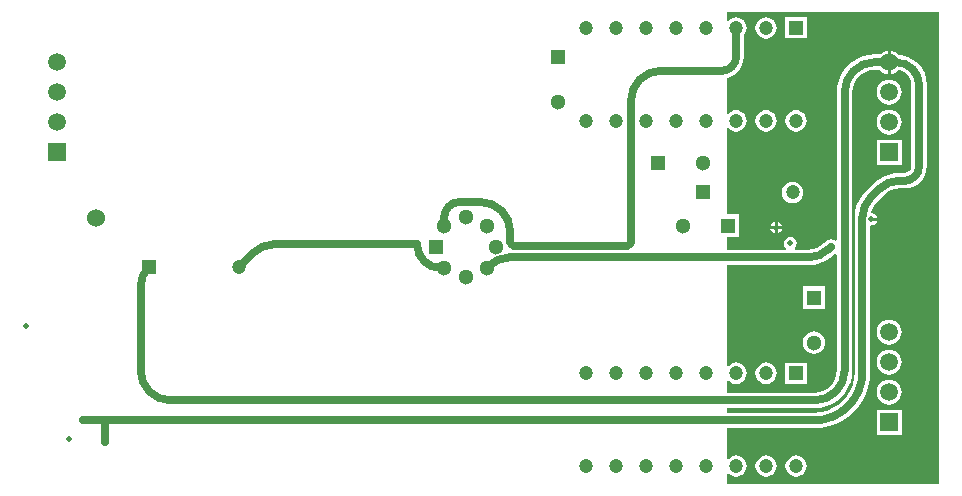
<source format=gbr>
%TF.GenerationSoftware,Altium Limited,Altium Designer,20.2.5 (213)*%
G04 Layer_Physical_Order=3*
G04 Layer_Color=16440176*
%FSLAX45Y45*%
%MOMM*%
%TF.SameCoordinates,5D993310-1A5F-4332-B3F0-AAC5B6D9B5DA*%
%TF.FilePolarity,Positive*%
%TF.FileFunction,Copper,L3,Inr,Signal*%
%TF.Part,Single*%
G01*
G75*
%TA.AperFunction,Conductor*%
%ADD10C,0.70000*%
%TA.AperFunction,ComponentPad*%
%ADD22R,1.50000X1.50000*%
%ADD23C,1.50000*%
%ADD24R,1.30000X1.30000*%
%ADD25C,1.30000*%
%ADD26R,1.30000X1.30000*%
%ADD27R,1.20000X1.20000*%
%ADD28C,1.20000*%
%TA.AperFunction,ViaPad*%
%ADD29C,1.52400*%
%TA.AperFunction,ComponentPad*%
%ADD30R,1.20000X1.20000*%
%TA.AperFunction,ViaPad*%
%ADD31C,0.50000*%
G36*
X8490000Y5380000D02*
X6690000D01*
Y5469858D01*
X6702700Y5474169D01*
X6706811Y5468811D01*
X6725612Y5454385D01*
X6747505Y5445317D01*
X6771000Y5442224D01*
X6794495Y5445317D01*
X6816388Y5454385D01*
X6835189Y5468811D01*
X6849614Y5487612D01*
X6858683Y5509505D01*
X6861776Y5533000D01*
X6858683Y5556495D01*
X6849614Y5578388D01*
X6835189Y5597188D01*
X6816388Y5611614D01*
X6794495Y5620683D01*
X6771000Y5623776D01*
X6747505Y5620683D01*
X6725612Y5611614D01*
X6706811Y5597188D01*
X6702700Y5591831D01*
X6690000Y5596142D01*
Y5854640D01*
X7430918D01*
Y5854183D01*
X7492931Y5858248D01*
X7553883Y5870372D01*
X7612731Y5890348D01*
X7668468Y5917834D01*
X7720140Y5952361D01*
X7766864Y5993337D01*
X7807840Y6040060D01*
X7842366Y6091733D01*
X7869852Y6147470D01*
X7889829Y6206318D01*
X7901953Y6267270D01*
X7906017Y6329282D01*
X7905561D01*
Y7563760D01*
X7915201Y7571671D01*
X7934865Y7575583D01*
X7951537Y7586722D01*
X7962676Y7603393D01*
X7964061Y7610358D01*
X7915200D01*
Y7635758D01*
X7964061D01*
X7962676Y7642723D01*
X7951537Y7659395D01*
X7934865Y7670534D01*
X7923172Y7672860D01*
X7913934Y7686157D01*
X7919721Y7705233D01*
X7937153Y7737846D01*
X7960061Y7765760D01*
X7960753Y7766291D01*
X8023710Y7829247D01*
X8024241Y7829939D01*
X8052154Y7852847D01*
X8084767Y7870279D01*
X8120155Y7881014D01*
X8156091Y7884553D01*
X8156956Y7884439D01*
X8200000D01*
Y7884105D01*
X8236266Y7887677D01*
X8271139Y7898255D01*
X8303278Y7915434D01*
X8331448Y7938553D01*
X8354566Y7966722D01*
X8371745Y7998861D01*
X8382323Y8033734D01*
X8385895Y8070000D01*
X8385561D01*
Y8760000D01*
X8386247D01*
X8381271Y8810518D01*
X8366536Y8859095D01*
X8342606Y8903863D01*
X8310403Y8943103D01*
X8271163Y8975306D01*
X8226395Y8999235D01*
X8177818Y9013971D01*
X8143654Y9017336D01*
X8138306Y9024306D01*
X8117333Y9040399D01*
X8092910Y9050516D01*
X8079399Y9052294D01*
Y8952700D01*
Y8853105D01*
X8092910Y8854884D01*
X8117333Y8865001D01*
X8138306Y8881094D01*
X8141775Y8885615D01*
X8160305Y8883176D01*
X8191061Y8870436D01*
X8217471Y8850171D01*
X8237737Y8823760D01*
X8250476Y8793005D01*
X8254630Y8761450D01*
X8254439Y8760000D01*
Y8070000D01*
X8254576Y8068961D01*
X8250613Y8049036D01*
X8238737Y8031263D01*
X8220965Y8019388D01*
X8201039Y8015424D01*
X8200000Y8015561D01*
X8156956D01*
Y8015987D01*
X8106899Y8012047D01*
X8058075Y8000325D01*
X8011686Y7981110D01*
X7968873Y7954875D01*
X7930692Y7922265D01*
X7930993Y7921964D01*
X7868037Y7859007D01*
X7867736Y7859308D01*
X7835126Y7821127D01*
X7808890Y7778315D01*
X7789675Y7731925D01*
X7777953Y7683101D01*
X7774014Y7633044D01*
X7774439D01*
Y6329282D01*
X7774659Y6327615D01*
X7770556Y6275489D01*
X7757960Y6223020D01*
X7737310Y6173168D01*
X7709116Y6127159D01*
X7674072Y6086128D01*
X7633041Y6051084D01*
X7587033Y6022890D01*
X7537180Y6002240D01*
X7484711Y5989644D01*
X7432585Y5985541D01*
X7430918Y5985761D01*
X6690000D01*
Y6024439D01*
X7436000D01*
Y6024014D01*
X7486057Y6027953D01*
X7534881Y6039675D01*
X7581271Y6058890D01*
X7624083Y6085125D01*
X7662265Y6117736D01*
X7694875Y6155917D01*
X7721110Y6198729D01*
X7740325Y6245119D01*
X7752047Y6293943D01*
X7755987Y6344000D01*
X7755561D01*
Y8698700D01*
X7755447Y8699565D01*
X7758986Y8735501D01*
X7769721Y8770889D01*
X7787153Y8803502D01*
X7810613Y8832087D01*
X7839198Y8855547D01*
X7871811Y8872979D01*
X7907199Y8883714D01*
X7943135Y8887253D01*
X7944000Y8887139D01*
X7990455D01*
X7995094Y8881094D01*
X8016067Y8865001D01*
X8040490Y8854884D01*
X8053999Y8853106D01*
Y8952700D01*
Y9052294D01*
X8040490Y9050516D01*
X8016067Y9040399D01*
X7995094Y9024306D01*
X7990455Y9018261D01*
X7944000D01*
Y9018686D01*
X7893943Y9014747D01*
X7845119Y9003025D01*
X7798729Y8983810D01*
X7755917Y8957574D01*
X7717736Y8924964D01*
X7685126Y8886783D01*
X7658890Y8843971D01*
X7639675Y8797581D01*
X7627953Y8748757D01*
X7624014Y8698700D01*
X7624439D01*
Y7443725D01*
X7611739Y7437462D01*
X7604298Y7443172D01*
X7588486Y7449721D01*
X7571518Y7451955D01*
X7554550Y7449721D01*
X7538738Y7443172D01*
X7525159Y7432753D01*
X7513160Y7420753D01*
X7512629Y7420061D01*
X7484715Y7397153D01*
X7452102Y7379721D01*
X7416714Y7368986D01*
X7380778Y7365447D01*
X7379913Y7365561D01*
X7270482D01*
X7266630Y7378261D01*
X7269753Y7380347D01*
X7281909Y7398540D01*
X7286177Y7420000D01*
X7281909Y7441460D01*
X7269753Y7459653D01*
X7251560Y7471809D01*
X7230100Y7476078D01*
X7208640Y7471809D01*
X7190447Y7459653D01*
X7178291Y7441460D01*
X7174023Y7420000D01*
X7178291Y7398540D01*
X7190447Y7380347D01*
X7193571Y7378261D01*
X7189718Y7365561D01*
X6690000D01*
Y7475000D01*
X6795500D01*
Y7665000D01*
X6690000D01*
Y8393358D01*
X6702700Y8397669D01*
X6706811Y8392311D01*
X6725612Y8377885D01*
X6747505Y8368817D01*
X6771000Y8365724D01*
X6794495Y8368817D01*
X6816388Y8377885D01*
X6835189Y8392311D01*
X6849614Y8411112D01*
X6858683Y8433005D01*
X6861776Y8456500D01*
X6858683Y8479995D01*
X6849614Y8501888D01*
X6835189Y8520689D01*
X6816388Y8535115D01*
X6794495Y8544183D01*
X6771000Y8547276D01*
X6747505Y8544183D01*
X6725612Y8535115D01*
X6706811Y8520689D01*
X6702700Y8515331D01*
X6690000Y8519642D01*
Y8818506D01*
X6722139Y8828255D01*
X6754278Y8845434D01*
X6782447Y8868552D01*
X6805566Y8896722D01*
X6822745Y8928861D01*
X6833323Y8963734D01*
X6836895Y9000000D01*
X6836561D01*
Y9181100D01*
X6849614Y9198112D01*
X6858683Y9220005D01*
X6861776Y9243500D01*
X6858683Y9266995D01*
X6849614Y9288888D01*
X6835189Y9307689D01*
X6816388Y9322115D01*
X6794495Y9331183D01*
X6771000Y9334276D01*
X6747505Y9331183D01*
X6725612Y9322115D01*
X6706811Y9307689D01*
X6702700Y9302331D01*
X6690000Y9306642D01*
Y9380000D01*
X8490000D01*
Y5380000D01*
D02*
G37*
G36*
X7624439Y7321910D02*
Y6344000D01*
X7624553Y6343135D01*
X7621014Y6307198D01*
X7610279Y6271811D01*
X7592847Y6239198D01*
X7569388Y6210612D01*
X7540802Y6187153D01*
X7508189Y6169721D01*
X7472802Y6158986D01*
X7436865Y6155447D01*
X7436000Y6155561D01*
X6690000D01*
Y6256858D01*
X6702700Y6261169D01*
X6706811Y6255811D01*
X6725612Y6241386D01*
X6747505Y6232317D01*
X6771000Y6229224D01*
X6794495Y6232317D01*
X6816388Y6241386D01*
X6835189Y6255811D01*
X6849614Y6274612D01*
X6858683Y6296505D01*
X6861776Y6320000D01*
X6858683Y6343495D01*
X6849614Y6365388D01*
X6835189Y6384189D01*
X6816388Y6398615D01*
X6794495Y6407683D01*
X6771000Y6410776D01*
X6747505Y6407683D01*
X6725612Y6398615D01*
X6706811Y6384189D01*
X6702700Y6378831D01*
X6690000Y6383142D01*
Y7234439D01*
X7379913D01*
Y7234013D01*
X7429970Y7237953D01*
X7478794Y7249675D01*
X7525184Y7268890D01*
X7567996Y7295125D01*
X7606177Y7327735D01*
X7606177Y7327735D01*
X7612183Y7329709D01*
X7624439Y7321910D01*
D02*
G37*
%LPC*%
G36*
X7369000Y9333500D02*
X7189000D01*
Y9153500D01*
X7369000D01*
Y9333500D01*
D02*
G37*
G36*
X7025000Y9334276D02*
X7001505Y9331183D01*
X6979612Y9322115D01*
X6960811Y9307689D01*
X6946385Y9288888D01*
X6937317Y9266995D01*
X6934224Y9243500D01*
X6937317Y9220005D01*
X6946385Y9198112D01*
X6960811Y9179312D01*
X6979612Y9164886D01*
X7001505Y9155817D01*
X7025000Y9152724D01*
X7048495Y9155817D01*
X7070388Y9164886D01*
X7089189Y9179312D01*
X7103614Y9198112D01*
X7112683Y9220005D01*
X7115776Y9243500D01*
X7112683Y9266995D01*
X7103614Y9288888D01*
X7089189Y9307689D01*
X7070388Y9322115D01*
X7048495Y9331183D01*
X7025000Y9334276D01*
D02*
G37*
G36*
X8066700Y8804606D02*
X8039289Y8800997D01*
X8013747Y8790417D01*
X7991813Y8773587D01*
X7974983Y8751653D01*
X7964403Y8726110D01*
X7960794Y8698700D01*
X7964403Y8671289D01*
X7974983Y8645747D01*
X7991813Y8623813D01*
X8013747Y8606983D01*
X8039289Y8596403D01*
X8066700Y8592794D01*
X8094110Y8596403D01*
X8119653Y8606983D01*
X8141587Y8623813D01*
X8158417Y8645747D01*
X8168997Y8671289D01*
X8172606Y8698700D01*
X8168997Y8726110D01*
X8158417Y8751653D01*
X8141587Y8773587D01*
X8119653Y8790417D01*
X8094110Y8800997D01*
X8066700Y8804606D01*
D02*
G37*
G36*
X7279000Y8547276D02*
X7255505Y8544183D01*
X7233612Y8535115D01*
X7214811Y8520689D01*
X7200385Y8501888D01*
X7191317Y8479995D01*
X7188224Y8456500D01*
X7191317Y8433005D01*
X7200385Y8411112D01*
X7214811Y8392311D01*
X7233612Y8377885D01*
X7255505Y8368817D01*
X7279000Y8365724D01*
X7302495Y8368817D01*
X7324388Y8377885D01*
X7343189Y8392311D01*
X7357614Y8411112D01*
X7366683Y8433005D01*
X7369776Y8456500D01*
X7366683Y8479995D01*
X7357614Y8501888D01*
X7343189Y8520689D01*
X7324388Y8535115D01*
X7302495Y8544183D01*
X7279000Y8547276D01*
D02*
G37*
G36*
X7025000D02*
X7001505Y8544183D01*
X6979612Y8535115D01*
X6960811Y8520689D01*
X6946385Y8501888D01*
X6937317Y8479995D01*
X6934224Y8456500D01*
X6937317Y8433005D01*
X6946385Y8411112D01*
X6960811Y8392311D01*
X6979612Y8377885D01*
X7001505Y8368817D01*
X7025000Y8365724D01*
X7048495Y8368817D01*
X7070388Y8377885D01*
X7089189Y8392311D01*
X7103614Y8411112D01*
X7112683Y8433005D01*
X7115776Y8456500D01*
X7112683Y8479995D01*
X7103614Y8501888D01*
X7089189Y8520689D01*
X7070388Y8535115D01*
X7048495Y8544183D01*
X7025000Y8547276D01*
D02*
G37*
G36*
X8066700Y8550606D02*
X8039289Y8546997D01*
X8013747Y8536417D01*
X7991813Y8519587D01*
X7974983Y8497653D01*
X7964403Y8472110D01*
X7960794Y8444700D01*
X7964403Y8417289D01*
X7974983Y8391747D01*
X7991813Y8369813D01*
X8013747Y8352983D01*
X8039289Y8342403D01*
X8066700Y8338794D01*
X8094110Y8342403D01*
X8119653Y8352983D01*
X8141587Y8369813D01*
X8158417Y8391747D01*
X8168997Y8417289D01*
X8172606Y8444700D01*
X8168997Y8472110D01*
X8158417Y8497653D01*
X8141587Y8519587D01*
X8119653Y8536417D01*
X8094110Y8546997D01*
X8066700Y8550606D01*
D02*
G37*
G36*
X8171700Y8295700D02*
X7961700D01*
Y8085700D01*
X8171700D01*
Y8295700D01*
D02*
G37*
G36*
X7250000Y7940776D02*
X7226505Y7937683D01*
X7204612Y7928615D01*
X7185811Y7914189D01*
X7171385Y7895388D01*
X7162317Y7873495D01*
X7159224Y7850000D01*
X7162317Y7826505D01*
X7171385Y7804612D01*
X7185811Y7785811D01*
X7204612Y7771386D01*
X7226505Y7762317D01*
X7250000Y7759224D01*
X7273495Y7762317D01*
X7295388Y7771386D01*
X7314189Y7785811D01*
X7328615Y7804612D01*
X7337683Y7826505D01*
X7340776Y7850000D01*
X7337683Y7873495D01*
X7328615Y7895388D01*
X7314189Y7914189D01*
X7295388Y7928615D01*
X7273495Y7937683D01*
X7250000Y7940776D01*
D02*
G37*
G36*
X7122700Y7601361D02*
Y7565200D01*
X7158861D01*
X7157476Y7572165D01*
X7146336Y7588836D01*
X7129665Y7599975D01*
X7122700Y7601361D01*
D02*
G37*
G36*
X7097300D02*
X7090335Y7599975D01*
X7073664Y7588836D01*
X7062524Y7572165D01*
X7061139Y7565200D01*
X7097300D01*
Y7601361D01*
D02*
G37*
G36*
X7158861Y7539800D02*
X7122700D01*
Y7503639D01*
X7129665Y7505024D01*
X7146336Y7516164D01*
X7157476Y7532835D01*
X7158861Y7539800D01*
D02*
G37*
G36*
X7097300D02*
X7061139D01*
X7062524Y7532835D01*
X7073664Y7516164D01*
X7090335Y7505024D01*
X7097300Y7503639D01*
Y7539800D01*
D02*
G37*
G36*
X8066700Y6772606D02*
X8039289Y6768997D01*
X8013747Y6758417D01*
X7991813Y6741587D01*
X7974983Y6719653D01*
X7964403Y6694110D01*
X7960794Y6666700D01*
X7964403Y6639289D01*
X7974983Y6613747D01*
X7991813Y6591813D01*
X8013747Y6574983D01*
X8039289Y6564403D01*
X8066700Y6560794D01*
X8094110Y6564403D01*
X8119653Y6574983D01*
X8141587Y6591813D01*
X8158417Y6613747D01*
X8168997Y6639289D01*
X8172606Y6666700D01*
X8168997Y6694110D01*
X8158417Y6719653D01*
X8141587Y6741587D01*
X8119653Y6758417D01*
X8094110Y6768997D01*
X8066700Y6772606D01*
D02*
G37*
G36*
Y6518606D02*
X8039289Y6514997D01*
X8013747Y6504417D01*
X7991813Y6487587D01*
X7974983Y6465653D01*
X7964403Y6440110D01*
X7960794Y6412700D01*
X7964403Y6385289D01*
X7974983Y6359747D01*
X7991813Y6337813D01*
X8013747Y6320983D01*
X8039289Y6310403D01*
X8066700Y6306794D01*
X8094110Y6310403D01*
X8119653Y6320983D01*
X8141587Y6337813D01*
X8158417Y6359747D01*
X8168997Y6385289D01*
X8172606Y6412700D01*
X8168997Y6440110D01*
X8158417Y6465653D01*
X8141587Y6487587D01*
X8119653Y6504417D01*
X8094110Y6514997D01*
X8066700Y6518606D01*
D02*
G37*
G36*
Y6264606D02*
X8039289Y6260997D01*
X8013747Y6250417D01*
X7991813Y6233587D01*
X7974983Y6211653D01*
X7964403Y6186110D01*
X7960794Y6158700D01*
X7964403Y6131289D01*
X7974983Y6105747D01*
X7991813Y6083813D01*
X8013747Y6066983D01*
X8039289Y6056403D01*
X8066700Y6052794D01*
X8094110Y6056403D01*
X8119653Y6066983D01*
X8141587Y6083813D01*
X8158417Y6105747D01*
X8168997Y6131289D01*
X8172606Y6158700D01*
X8168997Y6186110D01*
X8158417Y6211653D01*
X8141587Y6233587D01*
X8119653Y6250417D01*
X8094110Y6260997D01*
X8066700Y6264606D01*
D02*
G37*
G36*
X8171700Y6009700D02*
X7961700D01*
Y5799700D01*
X8171700D01*
Y6009700D01*
D02*
G37*
G36*
X7279000Y5623776D02*
X7255505Y5620683D01*
X7233612Y5611614D01*
X7214811Y5597188D01*
X7200385Y5578388D01*
X7191317Y5556495D01*
X7188224Y5533000D01*
X7191317Y5509505D01*
X7200385Y5487612D01*
X7214811Y5468811D01*
X7233612Y5454385D01*
X7255505Y5445317D01*
X7279000Y5442224D01*
X7302495Y5445317D01*
X7324388Y5454385D01*
X7343189Y5468811D01*
X7357614Y5487612D01*
X7366683Y5509505D01*
X7369776Y5533000D01*
X7366683Y5556495D01*
X7357614Y5578388D01*
X7343189Y5597188D01*
X7324388Y5611614D01*
X7302495Y5620683D01*
X7279000Y5623776D01*
D02*
G37*
G36*
X7025000D02*
X7001505Y5620683D01*
X6979612Y5611614D01*
X6960811Y5597188D01*
X6946385Y5578388D01*
X6937317Y5556495D01*
X6934224Y5533000D01*
X6937317Y5509505D01*
X6946385Y5487612D01*
X6960811Y5468811D01*
X6979612Y5454385D01*
X7001505Y5445317D01*
X7025000Y5442224D01*
X7048495Y5445317D01*
X7070388Y5454385D01*
X7089189Y5468811D01*
X7103614Y5487612D01*
X7112683Y5509505D01*
X7115776Y5533000D01*
X7112683Y5556495D01*
X7103614Y5578388D01*
X7089189Y5597188D01*
X7070388Y5611614D01*
X7048495Y5620683D01*
X7025000Y5623776D01*
D02*
G37*
G36*
X7525000Y7055500D02*
X7335000D01*
Y6865500D01*
X7525000D01*
Y7055500D01*
D02*
G37*
G36*
X7430000Y6675319D02*
X7405200Y6672054D01*
X7382090Y6662482D01*
X7362246Y6647254D01*
X7347018Y6627410D01*
X7337446Y6604300D01*
X7334181Y6579500D01*
X7337446Y6554700D01*
X7347018Y6531590D01*
X7362246Y6511745D01*
X7382090Y6496518D01*
X7405200Y6486945D01*
X7430000Y6483680D01*
X7454800Y6486945D01*
X7477910Y6496518D01*
X7497755Y6511745D01*
X7512982Y6531590D01*
X7522555Y6554700D01*
X7525820Y6579500D01*
X7522555Y6604300D01*
X7512982Y6627410D01*
X7497755Y6647254D01*
X7477910Y6662482D01*
X7454800Y6672054D01*
X7430000Y6675319D01*
D02*
G37*
G36*
X7369000Y6410000D02*
X7189000D01*
Y6230000D01*
X7369000D01*
Y6410000D01*
D02*
G37*
G36*
X7025000Y6410776D02*
X7001505Y6407683D01*
X6979612Y6398615D01*
X6960811Y6384189D01*
X6946385Y6365388D01*
X6937317Y6343495D01*
X6934224Y6320000D01*
X6937317Y6296505D01*
X6946385Y6274612D01*
X6960811Y6255811D01*
X6979612Y6241386D01*
X7001505Y6232317D01*
X7025000Y6229224D01*
X7048495Y6232317D01*
X7070388Y6241386D01*
X7089189Y6255811D01*
X7103614Y6274612D01*
X7112683Y6296505D01*
X7115776Y6320000D01*
X7112683Y6343495D01*
X7103614Y6365388D01*
X7089189Y6384189D01*
X7070388Y6398615D01*
X7048495Y6407683D01*
X7025000Y6410776D01*
D02*
G37*
%LPD*%
D10*
X6651000Y8880000D02*
G03*
X6771000Y9000000I0J120000D01*
G01*
X7379913Y7300000D02*
G03*
X7559518Y7374395I0J254000D01*
G01*
X2856510Y7410000D02*
G03*
X2676905Y7335605I0J-254000D01*
G01*
X1798700Y7220000D02*
G03*
X1728700Y7051005I168995J-168995D01*
G01*
Y6344000D02*
G03*
X1982700Y6090000I254000J0D01*
G01*
X7430918Y5920200D02*
G03*
X7840000Y6329282I0J409082D01*
G01*
X8320000Y8760000D02*
G03*
X8127300Y8952700I-192700J0D01*
G01*
X7944000D02*
G03*
X7690000Y8698700I0J-254000D01*
G01*
X4854421Y7300000D02*
G03*
X4674815Y7225605I0J-254000D01*
G01*
X8156956Y7950000D02*
G03*
X7977351Y7875605I0J-254000D01*
G01*
X8200000Y7950000D02*
G03*
X8320000Y8070000I0J120000D01*
G01*
X7914395Y7812649D02*
G03*
X7840000Y7633044I179605J-179605D01*
G01*
X7436000Y6090000D02*
G03*
X7690000Y6344000I0J254000D01*
G01*
X6134000Y8880000D02*
G03*
X5880000Y8626000I0J-254000D01*
G01*
X5850000Y7400000D02*
G03*
X5880000Y7430000I0J30000D01*
G01*
X4860000Y7516000D02*
G03*
X4606000Y7770000I-254000J0D01*
G01*
X4860000Y7430000D02*
G03*
X4890000Y7400000I30000J0D01*
G01*
X4430000Y7770000D02*
G03*
X4300395Y7640395I0J-129605D01*
G01*
X4070000Y7410000D02*
G03*
X4269605Y7210395I199605J0D01*
G01*
X4854421Y7300000D02*
X7379913D01*
X7559518Y7374395D02*
X7571518Y7386395D01*
X2856510Y7410000D02*
X4070000D01*
X2561300Y7220000D02*
X2676905Y7335605D01*
X1728700Y6344000D02*
Y7051005D01*
X1430000Y5920200D02*
X7430918D01*
X7840000Y6329282D02*
Y7633044D01*
X1430000Y5740000D02*
Y5920200D01*
X1430000Y5920200D02*
X1430000Y5920200D01*
X1243200Y5920200D02*
X1430000D01*
X8066700Y8952700D02*
X8127300D01*
X7944000D02*
X8066700D01*
X6771000Y9000000D02*
Y9243500D01*
X6134000Y8880000D02*
X6651000D01*
X4659605Y7210395D02*
X4674815Y7225605D01*
X8156956Y7950000D02*
X8200000D01*
X8320000Y8070000D02*
Y8760000D01*
X7914395Y7812649D02*
X7977351Y7875605D01*
X7690000Y6344000D02*
Y8698700D01*
X1982700Y6090000D02*
X7436000D01*
X5880000Y7430000D02*
Y8626000D01*
X4890000Y7400000D02*
X5850000D01*
X4860000Y7430000D02*
Y7516000D01*
X4430000Y7770000D02*
X4606000D01*
X4300395Y7569605D02*
Y7640395D01*
X4269605Y7210395D02*
X4300395D01*
X2561300Y7214000D02*
Y7220000D01*
D22*
X8066700Y8190700D02*
D03*
X1024550D02*
D03*
X8066700Y5904700D02*
D03*
D23*
Y8444700D02*
D03*
Y8698700D02*
D03*
Y8952700D02*
D03*
X1024550Y8444700D02*
D03*
Y8698700D02*
D03*
Y8952700D02*
D03*
X8066700Y6666700D02*
D03*
Y6412700D02*
D03*
Y6158700D02*
D03*
D24*
X5260000Y9000500D02*
D03*
X7430000Y6960500D02*
D03*
D25*
X5260000Y8619500D02*
D03*
X6319500Y7570000D02*
D03*
X7430000Y6579500D02*
D03*
X4480000Y7136000D02*
D03*
Y7644000D02*
D03*
X4734000Y7390000D02*
D03*
X4659605Y7210395D02*
D03*
X4300395D02*
D03*
X4659605Y7569605D02*
D03*
X4300395D02*
D03*
X6490500Y8100000D02*
D03*
D26*
X6700500Y7570000D02*
D03*
X4226000Y7390000D02*
D03*
X6109500Y8100000D02*
D03*
D27*
X1798700Y7220000D02*
D03*
X6487400Y7850000D02*
D03*
D28*
X2561300Y7220000D02*
D03*
X7250000Y7850000D02*
D03*
X7279000Y8456500D02*
D03*
X7025000D02*
D03*
X6771000D02*
D03*
X6517000D02*
D03*
X6263000D02*
D03*
X6009000D02*
D03*
X5755000D02*
D03*
X5501000D02*
D03*
Y9243500D02*
D03*
X5755000D02*
D03*
X6009000D02*
D03*
X6263000D02*
D03*
X6517000D02*
D03*
X6771000D02*
D03*
X7025000D02*
D03*
X7279000Y5533000D02*
D03*
X7025000D02*
D03*
X6771000D02*
D03*
X6517000D02*
D03*
X6263000D02*
D03*
X6009000D02*
D03*
X5755000D02*
D03*
X5501000D02*
D03*
Y6320000D02*
D03*
X5755000D02*
D03*
X6009000D02*
D03*
X6263000D02*
D03*
X6517000D02*
D03*
X6771000D02*
D03*
X7025000D02*
D03*
D29*
X1350000Y7635000D02*
D03*
D30*
X7279000Y9243500D02*
D03*
Y6320000D02*
D03*
D31*
X7571518Y7386395D02*
D03*
X7230100Y7420000D02*
D03*
X1430000Y5740000D02*
D03*
X1120000Y5760000D02*
D03*
X1243200Y5920200D02*
D03*
X7915200Y7623058D02*
D03*
X7110000Y7552500D02*
D03*
X757701Y6722700D02*
D03*
%TF.MD5,1fac54e74d352522edc4d1cb75640436*%
M02*

</source>
